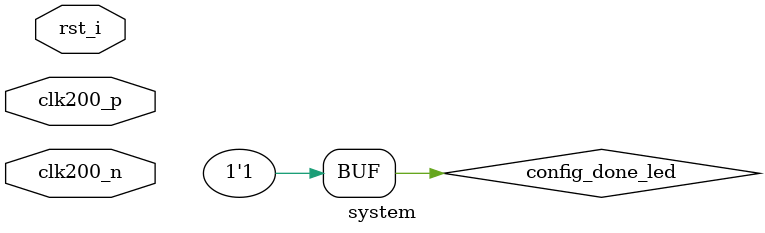
<source format=v>
`include "system-defines.v"
module system(
	`ifdef CH7301_CONFIG
	   //ch7301 interface
		inout dvi_scl,
		inout dvi_sda,
		//character 16x2 LCD interface			
		output [3:0] sf_d,
		output lcd_e,
		output lcd_rs,
		output lcd_rw,
		//LED and push button
		output config_done_led,
		input  ld_config_btn,  
	`endif
	`ifdef VGA0 
		//dvi ports
		output dvi_rst, //low active
		output dvi_pclk_p, 
		output dvi_pclk_m, 
		output dvi_hsync, 
		output dvi_vsync, 
		output dvi_de, // dvi data enable
		output [11:0] dvi_d, // dvi 12bit output
	`endif
  // DDR2
	`ifdef	XILINX_DDR2
		output fill_done,
		output [12:0]      ddr2_a,
		output [1:0]       ddr2_ba,
		output 	       	 ddr2_ras_n,
		output 	        	 ddr2_cas_n,
		output 	       	 ddr2_we_n,
		output [1:0]       ddr2_cs_n,
		output [1:0]       ddr2_odt,
		output [1:0]       ddr2_cke,
		output [7:0]       ddr2_dm,
		inout [63:0]       ddr2_dq,	  
		inout [7:0]        ddr2_dqs,
		inout [7:0]        ddr2_dqs_n,
		output [1:0]       ddr2_ck,
		output [1:0]       ddr2_ck_n,
	`endif
	input clk200_p,
	input clk200_n,
	input rst_i //high active
  );	

wire  wb_clk; //50MHz
wire  pixel_clk;//50MHZ 640X480
wire  vga_clk; //vga_clk=2*wb_clk
wire  reset;
wire  clk200;//200MHZ
wire  ddr2_if_clk;//266MHZ
wire  ddr2_if_rst;//high active
wire  async_rst_o;
//////////////////////////////////////////////////
//clk generator define
//////////////////////////////////////////////////
clkgen clk_inst (
    .sys_clk_p_pad_i(clk200_p), 
    .sys_clk_n_pad_i(clk200_n), 
    .wb_clk_o(wb_clk), 
	 .dvi_clk_o(pixel_clk),
	 .vga_clk(vga_clk),//lx
    .wb_rst_o(reset), 
    .async_rst_o(async_rst_o), 
    .ddr2_if_clk_o(ddr2_if_clk), 
    .ddr2_if_rst_o(ddr2_if_rst), 
    .clk200_o(clk200), 
    .rst_n_pad_i(~rst_i)
    );
//////////////////////////////////////////////////////

`ifdef CH7301_CONFIG
//config ch7301
subsys0 subsys0_inst (
  .clk( wb_clk ),
  .reset( reset ),
  //ch7301 interface
  .dvi_scl(dvi_scl),
  .dvi_sda(dvi_sda),
  .dvi_rst(dvi_rst),
  //character 16x2 LCD interface			
  .sf_d(sf_d),
  .lcd_e(lcd_e),
  .lcd_rs(lcd_rs),
  .lcd_rw(lcd_rw),
  //LED and push button
  .config_done_led(config_done_led),
  .ld_config_btn(ld_config_btn)        
	);
`else
	wire config_done_led=1'b1;
	assign dvi_rst=~reset;
`endif
//////////////////////////////////////////////////////
wire wbm_cyc_i;
wire wbm_stb_i;
wire wbm_we_i;
wire[7:0] wbm_sel_i;
wire[2:0] wbm_cti_i;
wire[1:0] wbm_bte_i;
wire[31:0] wbm_adr_i;
wire wbm_ack_o;
wire wbm_err_o;
wire[63:0] wbm_dat_o;
///////////////////////////////////////////////////////
//VGA model define
///////////////////////////////////////////////////////
`ifdef VGA0
//vga control define
subsys1 subsys1_inst( 
  //system input
  .wb_clk( wb_clk ), //50MHz 
  .pixel_clk( pixel_clk ), //50M 640x480
  .reset( reset | ~fill_done | ~config_done_led),
  .vga_clk(vga_clk),
  //master interface: read data from frame buffer
  .wbm_adr_o(wbm_adr_i), 
  .wbm_bte_o(wbm_bte_i), 
  .wbm_cti_o(wbm_cti_i), 
  .wbm_cyc_o(wbm_cyc_i), 
  .wbm_dat_i(wbm_dat_o), 
  .wbm_sel_o(wbm_sel_i), 
  .wbm_stb_o(wbm_stb_i), 
  .wbm_we_o(wbm_we_i), 
  .wbm_ack_i(wbm_ack_o), 
  .wbm_err_i(wbm_err_o), 
  //dvi output
  .dvi_pclk_p( dvi_pclk_p ), //40MHz
  .dvi_pclk_m( dvi_pclk_m ), //40MHz
  .dvi_hsync( dvi_hsync ), 
  .dvi_vsync( dvi_vsync ), 
  .dvi_de( dvi_de ), // dvi data enable
  .dvi_d( dvi_d ) // dvi 12bit output
  );
`endif
//////////////////////////////////////////////////////////////////////////////////////
//////////////////////////////////////////////////////////////////////////////
// 
`ifdef XILINX_DDR2
subsys2 subsys2_inst (
    .wb_clk(wb_clk), 
    .wb_rst(reset), 
    .wbm_adr_i(wbm_adr_i), 
    .wbm_bte_i(wbm_bte_i), 
    .wbm_cti_i(wbm_cti_i), 
    .wbm_cyc_i(wbm_cyc_i), 
    .wbm_dat_i(64'b0), 
    .wbm_sel_i(wbm_sel_i), 
    .wbm_stb_i(wbm_stb_i), 
    .wbm_we_i(wbm_we_i), 
    .wbm_ack_o(wbm_ack_o), 
    .wbm_err_o(wbm_err_o), 
    .wbm_rty_o(), 
    .wbm_dat_o(wbm_dat_o), 
    .fill_done(fill_done), 
    .ddr2_a(ddr2_a), 
    .ddr2_ba(ddr2_ba), 
    .ddr2_ras_n(ddr2_ras_n), 
    .ddr2_cas_n(ddr2_cas_n), 
    .ddr2_we_n(ddr2_we_n), 
    .ddr2_cs_n(ddr2_cs_n), 
    .ddr2_odt(ddr2_odt), 
    .ddr2_cke(ddr2_cke), 
    .ddr2_dm(ddr2_dm), 
    .ddr2_dq(ddr2_dq), 
    .ddr2_dqs(ddr2_dqs), 
    .ddr2_dqs_n(ddr2_dqs_n), 
    .ddr2_ck(ddr2_ck), 
    .ddr2_ck_n(ddr2_ck_n), 
    .ddr2_if_clk(ddr2_if_clk), 
    .clk200(clk200), 
    .ddr2_if_rst(ddr2_if_rst)
    );
`endif

endmodule

</source>
